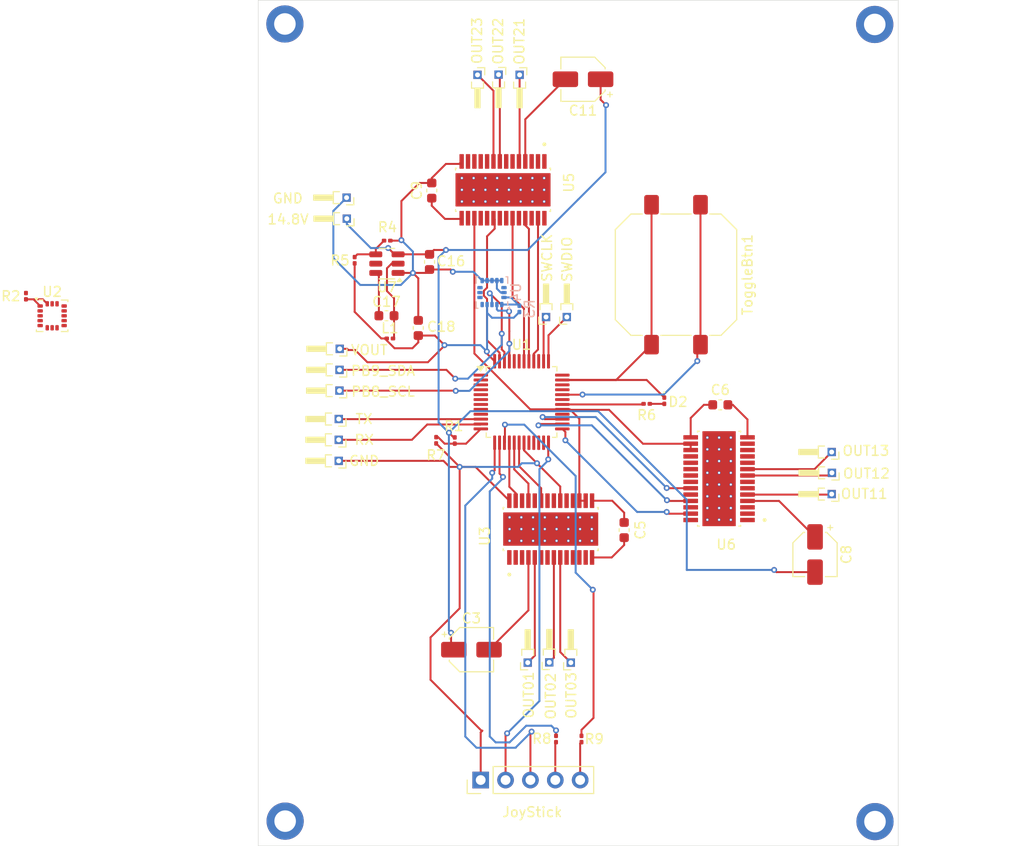
<source format=kicad_pcb>
(kicad_pcb (version 20241229) (generator "pcbnew") (generator_version "9.0")
  (layers (0 "F.Cu" signal) (2 "B.Cu" signal) (13 "F.Paste" user) (15 "B.Paste" user) (5 "F.SilkS" user "F.Silkscreen") (7 "B.SilkS" user "B.Silkscreen") (1 "F.Mask" user) (3 "B.Mask" user) (25 "Edge.Cuts" user))
  (net 0 "")
  (net 1 "Net-(U1-PA4)")
  (net 3 "Net-(J4-Pin_1)")
  (net 4 "VOUT")
  (net 10 "TIM1_1")
  (net 11 "TIM2_1")
  (net 12 "Net-(U1-PA8)")
  (net 14 "TIM3_0")
  (net 15 "PB9_SDA")
  (net 17 "Net-(J2-Pin_1)")
  (net 18 "Net-(J3-Pin_1)")
  (net 21 "TIM3_2")
  (net 22 "Net-(J1-Pin_1)")
  (net 23 "TIM1_0")
  (net 24 "TIM1_2")
  (net 25 "TIM3_1")
  (net 26 "NSLEEP")
  (net 27 "TIM2_0")
  (net 28 "PB8_SCL")
  (net 30 "TIM2_2")
  (net 31 "Net-(U2-VDD)")
  (net 42 "Net-(U4-VDD)")
  (net 46 "VIN")
  (net 47 "Net-(U7-SW)")
  (net 48 "EN")
  (net 49 "Net-(U7-BOOT)")
  (net 54 "GND")
  (net 55 "Net-(U7-FB)")
  (net 60 "VM")
  (net 72 "Net-(U3-V3P3)")
  (net 73 "Net-(U6-V3P3)")
  (net 74 "Net-(U5-V3P3)")
  (net 75 "Net-(D2-A)")
  (net 106 "Net-(JoyStick1-Pin_4)")
  (net 107 "Net-(JoyStick1-Pin_5)")
  (net 108 "SW_STICK")
  (net 109 "Net-(OUT01-Pin_1)")
  (net 110 "Net-(OUT02-Pin_1)")
  (net 111 "Net-(OUT03-Pin_1)")
  (net 112 "Net-(OUT11-Pin_1)")
  (net 113 "Net-(OUT12-Pin_1)")
  (net 114 "Net-(OUT13-Pin_1)")
  (net 115 "Net-(OUT21-Pin_1)")
  (net 116 "Net-(OUT22-Pin_1)")
  (net 117 "Net-(OUT23-Pin_1)")
  (net 118 "VRx")
  (net 119 "VRy")
  (net 120 "Toggle")
  (footprint "Resistor_SMD:R_0201_0603Metric" (layer "F.Cu") (at 140.325 69.32 90)
    (property "Reference" "R5")
    (property "Value" "45.3KΩ" (hide yes))
  )
  (footprint "LED_SMD:LED_0201_0603Metric" (layer "F.Cu") (at 171.955 83.68 -90)
    (property "Reference" "D2")
    (property "Value" "LED" (hide yes))
  )
  (footprint "" (layer "F.Cu") (at 133.225 126.65)
    (property "Reference" "")
    (property "Value" "")
  )
  (footprint "Connector_PinHeader_1.00mm:PinHeader_1x01_P1.00mm_Horizontal" (layer "F.Cu") (at 139.525 65.075 180)
    (property "Reference" "14.8V")
    (property "Value" "TX" (hide yes))
  )
  (footprint "Resistor_SMD:R_0201_0603Metric" (layer "F.Cu") (at 170.155 84)
    (property "Reference" "R6")
    (property "Value" "1KΩ" (hide yes))
  )
  (footprint "Button_Switch_SMD:SW_Push_1P1T_NO_CK_PTS125Sx85PSMTR" (layer "F.Cu") (at 173.15 70.8 -90)
    (property "Reference" "ToggleBtn1")
    (property "Value" "SW_Push")
  )
  (footprint "DRV8313PWP:SOP65P640X120-29N" (layer "F.Cu") (at 177.55 91.65 180)
    (property "Reference" "U6")
    (property "Value" "DRV8313PWP" (hide yes))
  )
  (footprint "MountingHole:MountingHole_2.2mm_M2_ISO14580_Pad" (layer "F.Cu") (at 193.45 45.225)
    (property "Reference" "REF**" (hide yes))
    (property "Value" "MountingHole_2.2mm_M2_ISO14580_Pad")
  )
  (footprint "Resistor_SMD:R_0201_0603Metric" (layer "F.Cu") (at 160.895 118.255 90)
    (property "Reference" "R8")
    (property "Value" "1KΩ" (hide yes))
  )
  (footprint "Connector_PinHeader_1.00mm:PinHeader_1x01_P1.00mm_Horizontal" (layer "F.Cu") (at 162 75.125 90)
    (property "Reference" "SWDIO")
    (property "Value" "SWDIO" (hide yes))
  )
  (footprint "Resistor_SMD:R_0201_0603Metric" (layer "F.Cu") (at 150.55 87.75 -90)
    (property "Reference" "R1")
    (property "Value" "100KΩ" (hide yes))
  )
  (footprint "Resistor_SMD:R_0201_0603Metric" (layer "F.Cu") (at 148.65 87.725 -90)
    (property "Reference" "R7")
    (property "Value" "10KΩ" (hide yes))
  )
  (footprint "Connector_PinHeader_1.00mm:PinHeader_1x01_P1.00mm_Horizontal" (layer "F.Cu") (at 138.780082 80.525409 180)
    (property "Reference" "PB9_SDA")
    (property "Value" "TX" (hide yes))
  )
  (footprint "Capacitor_SMD:CP_Elec_4x3" (layer "F.Cu") (at 152.255 109.125)
    (property "Reference" "C3")
    (property "Value" "100μF")
  )
  (footprint "Capacitor_SMD:C_0603_1608Metric" (layer "F.Cu") (at 147.975 69.495 -90)
    (property "Reference" "C16")
    (property "Value" "10μF" (hide yes))
  )
  (footprint "Connector_PinHeader_1.00mm:PinHeader_1x01_P1.00mm_Horizontal" (layer "F.Cu") (at 152.875 50.375 -90)
    (property "Reference" "OUT23")
    (property "Value" "OUT3")
  )
  (footprint "Resistor_SMD:R_0201_0603Metric" (layer "F.Cu") (at 163.495 118.255 90)
    (property "Reference" "R9")
    (property "Value" "1KΩ" (hide yes))
  )
  (footprint "Connector_PinHeader_1.00mm:PinHeader_1x01_P1.00mm_Horizontal" (layer "F.Cu") (at 138.8 78.375 180)
    (property "Reference" "VOUT")
    (property "Value" "TX" (hide yes))
  )
  (footprint "Connector_PinHeader_1.00mm:PinHeader_1x01_P1.00mm_Horizontal" (layer "F.Cu") (at 155.025 50.35 -90)
    (property "Reference" "OUT22")
    (property "Value" "OUT2")
  )
  (footprint "Connector_PinHeader_1.00mm:PinHeader_1x01_P1.00mm_Horizontal" (layer "F.Cu") (at 189.075 91.05 180)
    (property "Reference" "OUT12")
    (property "Value" "OUT2" (hide yes))
  )
  (footprint "Connector_PinHeader_1.00mm:PinHeader_1x01_P1.00mm_Horizontal" (layer "F.Cu") (at 138.7 89.825 180)
    (property "Reference" "GND")
    (property "Value" "RX" (hide yes))
  )
  (footprint "Connector_PinHeader_1.00mm:PinHeader_1x01_P1.00mm_Horizontal" (layer "F.Cu") (at 160.205 110.425 90)
    (property "Reference" "OUT02")
    (property "Value" "OUT2" (hide yes))
  )
  (footprint "" (layer "F.Cu") (at 193.475 126.7)
    (property "Reference" "")
    (property "Value" "")
  )
  (footprint "MountingHole:MountingHole_2.2mm_M2_ISO14580_Pad" (layer "F.Cu") (at 133.2 45.175)
    (property "Reference" "REF**" (hide yes))
    (property "Value" "MountingHole_2.2mm_M2_ISO14580_Pad")
  )
  (footprint "Capacitor_SMD:CP_Elec_4x3" (layer "F.Cu") (at 187.35 99.4 -90)
    (property "Reference" "C8")
    (property "Value" "100μF")
  )
  (footprint "Connector_PinHeader_1.00mm:PinHeader_1x01_P1.00mm_Horizontal" (layer "F.Cu") (at 189.05 93.225 180)
    (property "Reference" "OUT11")
    (property "Value" "OUT1" (hide yes))
  )
  (footprint "Capacitor_SMD:C_0603_1608Metric" (layer "F.Cu") (at 167.855 96.9 90)
    (property "Reference" "C5")
    (property "Value" "0.1μF" (hide yes))
  )
  (footprint "Connector_PinHeader_2.54mm:PinHeader_1x05_P2.54mm_Vertical" (layer "F.Cu") (at 153.2 122.45 90)
    (property "Reference" "JoyStick")
    (property "Value" "Conn_01x05_Pin" (hide yes))
  )
  (footprint "Connector_PinHeader_1.00mm:PinHeader_1x01_P1.00mm_Horizontal" (layer "F.Cu") (at 159.875 75.125 90)
    (property "Reference" "SWCLK")
    (property "Value" "SWCLK" (hide yes))
  )
  (footprint "Connector_PinHeader_1.00mm:PinHeader_1x01_P1.00mm_Horizontal" (layer "F.Cu") (at 139.5 62.925 180)
    (property "Reference" "GND")
    (property "Value" "TX" (hide yes))
  )
  (footprint "Package_QFP:LQFP-48_7x7mm_P0.5mm" (layer "F.Cu") (at 157.375 83.8125)
    (property "Reference" "U1")
    (property "Value" "STM32G431CBTx")
  )
  (footprint "Capacitor_SMD:CP_Elec_4x3" (layer "F.Cu") (at 163.65 50.825 180)
    (property "Reference" "C11")
    (property "Value" "100μF")
  )
  (footprint "Package_LGA:LGA-16_3x3mm_P0.5mm_LayoutBorder3x5y" (layer "F.Cu") (at 109.425 75)
    (property "Reference" "U2")
    (property "Value" "ICM-20602")
  )
  (footprint "Capacitor_SMD:C_0603_1608Metric" (layer "F.Cu") (at 148.2 62.2 -90)
    (property "Reference" "C9")
    (property "Value" "0.1μF")
  )
  (footprint "Connector_PinHeader_1.00mm:PinHeader_1x01_P1.00mm_Horizontal" (layer "F.Cu") (at 138.705082 85.550409 180)
    (property "Reference" "TX")
    (property "Value" "TX" (hide yes))
  )
  (footprint "Connector_PinHeader_1.00mm:PinHeader_1x01_P1.00mm_Horizontal" (layer "F.Cu") (at 157.175 50.375 -90)
    (property "Reference" "OUT21")
    (property "Value" "OUT1")
  )
  (footprint "DRV8313PWP:SOP65P640X120-29N" (layer "F.Cu") (at 160.35 96.8 90)
    (property "Reference" "U3")
    (property "Value" "DRV8313PWP")
  )
  (footprint "Capacitor_SMD:C_0603_1608Metric" (layer "F.Cu") (at 146.825 76.245 90)
    (property "Reference" "C18")
    (property "Value" "10μF" (hide yes))
  )
  (footprint "Capacitor_SMD:C_0603_1608Metric" (layer "F.Cu") (at 143.575 74.995)
    (property "Reference" "C17")
    (property "Value" "10μF" (hide yes))
  )
  (footprint "Inductor_SMD:L_0201_0603Metric" (layer "F.Cu") (at 143.92 77.32 180)
    (property "Reference" "L1")
    (property "Value" "10μH" (hide yes))
  )
  (footprint "Connector_PinHeader_1.00mm:PinHeader_1x01_P1.00mm_Horizontal" (layer "F.Cu") (at 162.405 110.45 90)
    (property "Reference" "OUT03" (hide yes))
    (property "Value" "OUT3" (hide yes))
  )
  (footprint "Resistor_SMD:R_0201_0603Metric" (layer "F.Cu") (at 143.65 67.32)
    (property "Reference" "R4")
    (property "Value" "10KΩ" (hide yes))
  )
  (footprint "Connector_PinHeader_1.00mm:PinHeader_1x01_P1.00mm_Horizontal" (layer "F.Cu") (at 189.05 88.925 180)
    (property "Reference" "OUT13")
    (property "Value" "OUT3" (hide yes))
  )
  (footprint "Connector_PinHeader_1.00mm:PinHeader_1x01_P1.00mm_Horizontal" (layer "F.Cu") (at 138.7 87.675 180)
    (property "Reference" "RX")
    (property "Value" "RX" (hide yes))
  )
  (footprint "Resistor_SMD:R_0201_0603Metric" (layer "F.Cu") (at 106.75 72.995 -90)
    (property "Reference" "R2")
    (property "Value" "2.2KΩ" (hide yes))
  )
  (footprint "DRV8313PWP:SOP65P640X120-29N" (layer "F.Cu") (at 155.48 62.125 -90)
    (property "Reference" "U5")
    (property "Value" "DRV8313PWP" (hide yes))
  )
  (footprint "Connector_PinHeader_1.00mm:PinHeader_1x01_P1.00mm_Horizontal" (layer "F.Cu") (at 138.775 82.65 180)
    (property "Reference" "PB8_SCL")
    (property "Value" "RX" (hide yes))
  )
  (footprint "Connector_PinHeader_1.00mm:PinHeader_1x01_P1.00mm_Horizontal" (layer "F.Cu") (at 158.005 110.45 90)
    (property "Reference" "OUT01")
    (property "Value" "OUT1" (hide yes))
  )
  (footprint "Package_TO_SOT_SMD:SOT-23-6" (layer "F.Cu") (at 143.622502 69.67 180)
    (property "Reference" "U7")
    (property "Value" "TPS54302" (hide yes))
  )
  (footprint "Capacitor_SMD:C_0603_1608Metric" (layer "F.Cu") (at 177.675 84.1 180)
    (property "Reference" "C6")
    (property "Value" "0.1μF")
  )
  (footprint "Package_LGA:LGA-16_3x3mm_P0.5mm_LayoutBorder3x5y" (layer "B.Cu") (at 154.35175 72.625 90)
    (property "Reference" "U4")
    (property "Value" "ICM-20602" (hide yes))
  )
  (footprint "Resistor_SMD:R_0201_0603Metric" (layer "B.Cu") (at 157.15175 74.295 90)
    (property "Reference" "R3")
    (property "Value" "2.2KΩ" (hide yes))
  )
  (gr_rect (start 130.475 42.75) (end 195.85 129.175) (stroke (width 0.05)) (fill no) (layer "Edge.Cuts"))
  (gr_text "OUT03\n" (at 162.45 113.8 90) (layer "F.SilkS") (effects (font (size 1 1))))
  (segment (start 148.65 87.405) (end 148.849999 87.405) (width 0.2) (layer "F.Cu") (net 1))
  (segment (start 148.849999 87.405) (end 149.514999 88.07) (width 0.2) (layer "F.Cu") (net 1))
  (segment (start 150.55 88.07) (end 151.705 88.07) (width 0.2) (layer "F.Cu") (net 1))
  (segment (start 151.705 88.07) (end 153.2125 86.5625) (width 0.2) (layer "F.Cu") (net 1))
  (segment (start 149.514999 88.07) (end 150.55 88.07) (width 0.2) (layer "F.Cu") (net 1))
  (segment (start 148.675 87.43) (end 148.65 87.405) (width 0.2) (layer "F.Cu") (net 1))
  (segment (start 159.625 75.375) (end 159.625 79.65) (width 0.2) (layer "F.Cu") (net 3))
  (segment (start 159.875 75.125) (end 159.625 75.375) (width 0.2) (layer "F.Cu") (net 3))
  (segment (start 140.375 78.5) (end 139.675 78.5) (width 0.2) (layer "F.Cu") (net 4))
  (segment (start 143.6 77.32) (end 143.05 77.32) (width 0.2) (layer "F.Cu") (net 4))
  (segment (start 149.5 78) (end 149.5 78.05) (width 0.2) (layer "F.Cu") (net 4))
  (segment (start 155.74 122.45) (end 155.74 117.835) (width 0.2) (layer "F.Cu") (net 4))
  (segment (start 140.325 74.595) (end 140.325 69.64) (width 0.2) (layer "F.Cu") (net 4))
  (segment (start 146.825 77.02) (end 146.825 77.72) (width 0.2) (layer "F.Cu") (net 4))
  (segment (start 146.825 77.72) (end 146.225 78.32) (width 0.2) (layer "F.Cu") (net 4))
  (segment (start 146.225 78.32) (end 144.400001 78.32) (width 0.2) (layer "F.Cu") (net 4))
  (segment (start 153.825 78.85) (end 154.625 79.65) (width 0.2) (layer "F.Cu") (net 4))
  (segment (start 160.1 89.675) (end 160.1 88) (width 0.2) (layer "F.Cu") (net 4))
  (segment (start 147.8 79.75) (end 141.625 79.75) (width 0.2) (layer "F.Cu") (net 4))
  (segment (start 144.400001 78.32) (end 143.6 77.519999) (width 0.2) (layer "F.Cu") (net 4))
  (segment (start 149.5 78.05) (end 147.8 79.75) (width 0.2) (layer "F.Cu") (net 4))
  (segment (start 139.675 78.5) (end 139.55 78.375) (width 0.2) (layer "F.Cu") (net 4))
  (segment (start 148.52 77.02) (end 149.5 78) (width 0.2) (layer "F.Cu") (net 4))
  (segment (start 153.825 78.65) (end 153.825 78.85) (width 0.2) (layer "F.Cu") (net 4))
  (segment (start 160.1 88) (end 160.125 87.975) (width 0.2) (layer "F.Cu") (net 4))
  (segment (start 141.625 79.75) (end 140.375 78.5) (width 0.2) (layer "F.Cu") (net 4))
  (segment (start 139.55 78.375) (end 138.8 78.375) (width 0.2) (layer "F.Cu") (net 4))
  (segment (start 146.825 77.02) (end 148.52 77.02) (width 0.2) (layer "F.Cu") (net 4))
  (segment (start 143.6 77.519999) (end 143.6 77.32) (width 0.2) (layer "F.Cu") (net 4))
  (segment (start 155.74 117.835) (end 155.9 117.675) (width 0.2) (layer "F.Cu") (net 4))
  (segment (start 143.05 77.32) (end 140.325 74.595) (width 0.2) (layer "F.Cu") (net 4))
  (via (at 153.825 78.65) (size 0.6) (drill 0.3) (layers "F.Cu" "B.Cu") (net 4))
  (via (at 160.1 89.675) (size 0.6) (drill 0.3) (layers "F.Cu" "B.Cu") (net 4))
  (via (at 149.5 78) (size 0.6) (drill 0.3) (layers "F.Cu" "B.Cu") (net 4))
  (via (at 155.9 117.675) (size 0.6) (drill 0.3) (layers "F.Cu" "B.Cu") (net 4))
  (segment (start 160.1 89.774943) (end 160.1 89.675) (width 0.2) (layer "B.Cu") (net 4))
  (segment (start 156.56675 75.2) (end 157.15175 74.615) (width 0.2) (layer "B.Cu") (net 4))
  (segment (start 155.9 117.675) (end 159.198943 114.376057) (width 0.2) (layer "B.Cu") (net 4))
  (segment (start 153.85175 73.85) (end 153.85175 78.62325) (width 0.2) (layer "B.Cu") (net 4))
  (segment (start 153.85175 78.62325) (end 153.825 78.65) (width 0.2) (layer "B.Cu") (net 4))
  (segment (start 153.175 78) (end 153.825 78.65) (width 0.2) (layer "B.Cu") (net 4))
  (segment (start 159.198943 114.376057) (end 159.198943 90.676) (width 0.2) (layer "B.Cu") (net 4))
  (segment (start 153.85175 73.85) (end 153.85175 74.7) (width 0.2) (layer "B.Cu") (net 4))
  (segment (start 153.85175 74.7) (end 154.35175 75.2) (width 0.2) (layer "B.Cu") (net 4))
  (segment (start 154.35175 75.2) (end 156.56675 75.2) (width 0.2) (layer "B.Cu") (net 4))
  (segment (start 149.5 78) (end 153.175 78) (width 0.2) (layer "B.Cu") (net 4))
  (segment (start 159.198943 90.676) (end 160.1 89.774943) (width 0.2) (layer "B.Cu") (net 4))
  (segment (start 158.075 92.15) (end 156.625 90.7) (width 0.2) (layer "F.Cu") (net 10))
  (segment (start 156.625 90.7) (end 156.625 87.975) (width 0.2) (layer "F.Cu") (net 10))
  (segment (start 158.075 93.9) (end 158.075 92.15) (width 0.2) (layer "F.Cu") (net 10))
  (segment (start 158.125 79.65) (end 158.125 66.120566) (width 0.2) (layer "F.Cu") (net 11))
  (segment (start 158.125 66.120566) (end 157.755 65.750566) (width 0.2) (layer "F.Cu") (net 11))
  (segment (start 157.755 65.750566) (end 157.755 65.025) (width 0.2) (layer "F.Cu") (net 11))
  (segment (start 169.7725 84.0625) (end 161.5375 84.0625) (width 0.2) (layer "F.Cu") (net 12))
  (segment (start 169.835 84) (end 169.7725 84.0625) (width 0.2) (layer "F.Cu") (net 12))
  (segment (start 161.85 87.725) (end 161.85 86.875) (width 0.2) (layer "F.Cu") (net 14))
  (segment (start 161.85 86.875) (end 161.5375 86.5625) (width 0.2) (layer "F.Cu") (net 14))
  (segment (start 172.2 95.05) (end 172.375 95.225) (width 0.2) (layer "F.Cu") (net 14))
  (segment (start 172.375 95.225) (end 174.65 95.225) (width 0.2) (layer "F.Cu") (net 14))
  (via (at 161.85 87.725) (size 0.6) (drill 0.3) (layers "F.Cu" "B.Cu") (net 14))
  (via (at 172.2 95.05) (size 0.6) (drill 0.3) (layers "F.Cu" "B.Cu") (net 14))
  (segment (start 169.175 95.05) (end 161.85 87.725) (width 0.2) (layer "B.Cu") (net 14))
  (segment (start 172.2 95.05) (end 169.175 95.05) (width 0.2) (layer "B.Cu") (net 14))
  (segment (start 150.6 81.425) (end 149.700409 80.525409) (width 0.2) (layer "F.Cu") (net 15))
  (segment (start 149.700409 80.525409) (end 138.780082 80.525409) (width 0.2) (layer "F.Cu") (net 15))
  (segment (start 154.125 72.70175) (end 155.35 73.92675) (width 0.2) (layer "F.Cu") (net 15))
  (segment (start 155.35 78.438576) (end 155.625 78.713576) (width 0.2) (layer "F.Cu") (net 15))
  (segment (start 155.625 78.713576) (end 155.625 79.65) (width 0.2) (layer "F.Cu") (net 15))
  (segment (start 155.35 73.92675) (end 155.35 76.825) (width 0.2) (layer "F.Cu") (net 15))
  (segment (start 155.35 76.825) (end 155.35 78.438576) (width 0.2) (layer "F.Cu") (net 15))
  (via (at 154.125 72.70175) (size 0.6) (drill 0.3) (layers "F.Cu" "B.Cu") (net 15))
  (via (at 155.35 76.825) (size 0.6) (drill 0.3) (layers "F.Cu" "B.Cu") (net 15))
  (via (at 150.6 81.425) (size 0.6) (drill 0.3) (layers "F.Cu" "B.Cu") (net 15))
  (segment (start 151.9 81.425) (end 150.6 81.425) (width 0.2) (layer "B.Cu") (net 15))
  (segment (start 155.35 77.975) (end 151.9 81.425) (width 0.2) (layer "B.Cu") (net 15))
  (segment (start 154.35175 73.85) (end 154.35175 72.9285) (width 0.2) (layer "B.Cu") (net 15))
  (segment (start 154.35175 72.9285) (end 154.125 72.70175) (width 0.2) (layer "B.Cu") (net 15))
  (segment (start 155.35 76.825) (end 155.35 77.975) (width 0.2) (layer "B.Cu") (net 15))
  (segment (start 146.175 87.675) (end 147.7385 86.1115) (width 0.2) (layer "F.Cu") (net 17))
  (segment (start 153.1635 86.1115) (end 153.2125 86.0625) (width 0.2) (layer "F.Cu") (net 17))
  (segment (start 138.7 87.675) (end 146.175 87.675) (width 0.2) (layer "F.Cu") (net 17))
  (segment (start 147.7385 86.1115) (end 153.1635 86.1115) (width 0.2) (layer "F.Cu") (net 17))
  (segment (start 160.125 79.65) (end 160.125 77) (width 0.2) (layer "F.Cu") (net 18))
  (segment (start 160.125 77) (end 162 75.125) (width 0.2) (layer "F.Cu") (net 18))
  (segment (start 161.5375 85.5625) (end 159.7375 85.5625) (width 0.2) (layer "F.Cu") (net 21))
  (segment (start 172.225 92.625) (end 174.65 92.625) (width 0.2) (layer "F.Cu") (net 21))
  (segment (start 159.7375 85.5625) (end 159.525 85.35) (width 0.2) (layer "F.Cu") (net 21))
  (segment (start 172.2 92.6) (end 172.225 92.625) (width 0.2) (layer "F.Cu") (net 21))
  (via (at 172.2 92.6) (size 0.6) (drill 0.3) (layers "F.Cu" "B.Cu") (net 21))
  (via (at 159.525 85.35) (size 0.6) (drill 0.3) (layers "F.Cu" "B.Cu") (net 21))
  (segment (start 172.2 92.6) (end 164.95 85.35) (width 0.2) (layer "B.Cu") (net 21))
  (segment (start 164.95 85.35) (end 159.525 85.35) (width 0.2) (layer "B.Cu") (net 21))
  (segment (start 138.717173 85.5625) (end 138.705082 85.550409) (width 0.2) (layer "F.Cu") (net 22))
  (segment (start 153.2125 85.5625) (end 138.717173 85.5625) (width 0.2) (layer "F.Cu") (net 22))
  (segment (start 156.775 93.125) (end 156.775 93.9) (width 0.2) (layer "F.Cu") (net 23))
  (segment (start 156.125 92.475) (end 156.775 93.125) (width 0.2) (layer "F.Cu") (net 23))
  (segment (start 156.125 87.975) (end 156.125 92.475) (width 0.2) (layer "F.Cu") (net 23))
  (segment (start 157.1 90.35) (end 157.125 90.325) (width 0.2) (layer "F.Cu") (net 24))
  (segment (start 159.375 92.625) (end 157.1 90.35) (width 0.2) (layer "F.Cu") (net 24))
  (segment (start 159.375 93.9) (end 159.375 92.625) (width 0.2) (layer "F.Cu") (net 24))
  (segment (start 157.125 90.325) (end 157.125 87.975) (width 0.2) (layer "F.Cu") (net 24))
  (segment (start 172.225 93.85) (end 172.3 93.925) (width 0.2) (layer "F.Cu") (net 25))
  (segment (start 159.2375 86.0625) (end 159.1 86.2) (width 0.2) (layer "F.Cu") (net 25))
  (segment (start 161.5375 86.0625) (end 159.2375 86.0625) (width 0.2) (layer "F.Cu") (net 25))
  (segment (start 172.3 93.925) (end 174.65 93.925) (width 0.2) (layer "F.Cu") (net 25))
  (via (at 159.1 86.2) (size 0.6) (drill 0.3) (layers "F.Cu" "B.Cu") (net 25))
  (via (at 172.225 93.85) (size 0.6) (drill 0.3) (layers "F.Cu" "B.Cu") (net 25))
  (segment (start 159.1 86.2) (end 164.55 86.2) (width 0.2) (layer "B.Cu") (net 25))
  (segment (start 172.2 93.85) (end 172.225 93.85) (width 0.2) (layer "B.Cu") (net 25))
  (segment (start 164.55 86.2) (end 172.2 93.85) (width 0.2) (layer "B.Cu") (net 25))
  (segment (start 152.555 65.025) (end 152.555 78.855) (width 0.2) (layer "F.Cu") (net 26))
  (segment (start 166.3115 84.6115) (end 161.4885 84.6115) (width 0.2) (layer "F.Cu") (net 26))
  (segment (start 163.275 93.9) (end 163.925 93.9) (width 0.2) (layer "F.Cu") (net 26))
  (segment (start 169.775 88.075) (end 166.3115 84.6115) (width 0.2) (layer "F.Cu") (net 26))
  (segment (start 162.308824 84.5625) (end 161.5375 84.5625) (width 0.2) (layer "F.Cu") (net 26))
  (segment (start 174.65 88.075) (end 169.775 88.075) (width 0.2) (layer "F.Cu") (net 26))
  (segment (start 163.275 93.9) (end 163.275 85.528676) (width 0.2) (layer "F.Cu") (net 26))
  (segment (start 163.275 85.528676) (end 162.308824 84.5625) (width 0.2) (layer "F.Cu") (net 26))
  (segment (start 152.555 78.855) (end 158.2625 84.5625) (width 0.2) (layer "F.Cu") (net 26))
  (segment (start 158.2625 84.5625) (end 161.5375 84.5625) (width 0.2) (layer "F.Cu") (net 26))
  (segment (start 161.4885 84.6115) (end 161.5375 84.5625) (width 0.2) (layer "F.Cu") (net 26))
  (segment (start 174.65 88.725) (end 174.65 88.075) (width 0.2) (layer "F.Cu") (net 26))
  (segment (start 159.055 65.025) (end 159.055 78.448676) (width 0.2) (layer "F.Cu") (net 27))
  (segment (start 159.055 78.448676) (end 158.625 78.878676) (width 0.2) (layer "F.Cu") (net 27))
  (segment (start 158.625 78.878676) (end 158.625 79.65) (width 0.2) (layer "F.Cu") (net 27))
  (segment (start 156.125 74.575) (end 156.125 76.575) (width 0.2) (layer "F.Cu") (net 28))
  (segment (start 156.1 74.55) (end 156.125 74.575) (width 0.2) (layer "F.Cu") (net 28))
  (segment (start 156.125 76.575) (end 156.125 77.85) (width 0.2) (layer "F.Cu") (net 28))
  (segment (start 150.65 82.675) (end 150.625 82.65) (width 0.2) (layer "F.Cu") (net 28))
  (segment (start 150.625 82.65) (end 138.775 82.65) (width 0.2) (layer "F.Cu") (net 28))
  (segment (start 156.125 77.85) (end 156.125 79.65) (width 0.2) (layer "F.Cu") (net 28))
  (via (at 156.1 74.55) (size 0.6) (drill 0.3) (layers "F.Cu" "B.Cu") (net 28))
  (via (at 156.125 77.85) (size 0.6) (drill 0.3) (layers "F.Cu" "B.Cu") (net 28))
  (via (at 150.65 82.675) (size 0.6) (drill 0.3) (layers "F.Cu" "B.Cu") (net 28))
  (segment (start 152.05 82.675) (end 150.65 82.675) (width 0.2) (layer "B.Cu") (net 28))
  (segment (start 154.85175 74.35175) (end 154.975 74.475) (width 0.2) (layer "B.Cu") (net 28))
  (segment (start 156.1 74.55) (end 156.025 74.475) (width 0.2) (layer "B.Cu") (net 28))
  (segment (start 154.85175 73.85) (end 154.85175 74.35175) (width 0.2) (layer "B.Cu") (net 28))
  (segment (start 156.125 78.6) (end 152.15 82.575) (width 0.2) (layer "B.Cu") (net 28))
  (segment (start 156.125 77.85) (end 156.125 78.6) (width 0.2) (layer "B.Cu") (net 28))
  (segment (start 150.65 82.675) (end 150.625 82.675) (width 0.2) (layer "B.Cu") (net 28))
  (segment (start 156.025 74.475) (end 154.975 74.475) (width 0.2) (layer "B.Cu") (net 28))
  (segment (start 152.15 82.575) (end 152.05 82.675) (width 0.2) (layer "B.Cu") (net 28))
  (segment (start 156.455 65.025) (end 156.455 73.105) (width 0.2) (layer "F.Cu") (net 30))
  (segment (start 157.625 74.275) (end 157.625 79.65) (width 0.2) (layer "F.Cu") (net 30))
  (segment (start 156.455 73.105) (end 157.625 74.275) (width 0.2) (layer "F.Cu") (net 30))
  (segment (start 108.465 73.315) (end 106.75 73.315) (width 0.2) (layer "F.Cu") (net 31))
  (segment (start 106.75 73.315) (end 107.515 73.315) (width 0.2) (layer "F.Cu") (net 31))
  (segment (start 108.925 73.775) (end 108.465 73.315) (width 0.2) (layer "F.Cu") (net 31))
  (segment (start 107.515 73.315) (end 108.2 74) (width 0.2) (layer "F.Cu") (net 31))
  (segment (start 157.02675 73.85) (end 157.15175 73.975) (width 0.2) (layer "B.Cu") (net 42))
  (segment (start 155.57675 73.125) (end 156.30175 73.125) (width 0.2) (layer "B.Cu") (net 42))
  (segment (start 156.30175 73.125) (end 157.15175 73.975) (width 0.2) (layer "B.Cu") (net 42))
  (segment (start 155.35175 73.85) (end 157.02675 73.85) (width 0.2) (layer "B.Cu") (net 42))
  (segment (start 150.175 108.845) (end 150.455 109.125) (width 0.2) (layer "F.Cu") (net 46))
  (segment (start 150.43 87.43) (end 149.95 86.95) (width 0.2) (layer "F.Cu") (net 46))
  (segment (start 150.175 107.4) (end 150.175 108.845) (width 0.2) (layer "F.Cu") (net 46))
  (segment (start 166.008008 53.469079) (end 165.45 52.911071) (width 0.2) (layer "F.Cu") (net 46))
  (segment (start 183.4 101.2) (end 183.175 100.975) (width 0.2) (layer "F.Cu") (net 46))
  (segment (start 148.42 68.275) (end 147.975 68.72) (width 0.2) (layer "F.Cu") (net 46))
  (segment (start 165.45 52.911071) (end 165.45 50.825) (width 0.2) (layer "F.Cu") (net 46))
  (segment (start 150.55 87.43) (end 150.43 87.43) (width 0.2) (layer "F.Cu") (net 46))
  (segment (start 187.35 101.2) (end 183.4 101.2) (width 0.2) (layer "F.Cu") (net 46))
  (segment (start 183.175 100.975) (end 183.075 100.875) (width 0.2) (layer "F.Cu") (net 46))
  (segment (start 144.395 68.72) (end 143.75 68.075) (width 0.2) (layer "F.Cu") (net 46))
  (segment (start 149.65 68.275) (end 148.42 68.275) (width 0.2) (layer "F.Cu") (net 46))
  (segment (start 144.760002 68.72) (end 144.395 68.72) (width 0.2) (layer "F.Cu") (net 46))
  (segment (start 144.760002 68.72) (end 147.975 68.72) (width 0.2) (layer "F.Cu") (net 46))
  (via (at 143.75 68.075) (size 0.6) (drill 0.3) (layers "F.Cu" "B.Cu") (net 46))
  (via (at 183.175 100.975) (size 0.6) (drill 0.3) (layers "F.Cu" "B.Cu") (net 46))
  (via (at 150.175 107.4) (size 0.6) (drill 0.3) (layers "F.Cu" "B.Cu") (net 46))
  (via (at 166.008008 53.469079) (size 0.6) (drill 0.3) (layers "F.Cu" "B.Cu") (net 46))
  (via (at 149.95 86.95) (size 0.6) (drill 0.3) (layers "F.Cu" "B.Cu") (net 46))
  (via (at 149.65 68.275) (size 0.6) (drill 0.3) (layers "F.Cu" "B.Cu") (net 46))
  (segment (start 152.151 84.749) (end 149.95 86.95) (width 0.2) (layer "B.Cu") (net 46))
  (segment (start 163.175 63.1) (end 165.95 60.325) (width 0.2) (layer "B.Cu") (net 46))
  (segment (start 149.95 86.95) (end 149.95 107.175) (width 0.2) (layer "B.Cu") (net 46))
  (segment (start 148.899 69.026) (end 149.65 68.275) (width 0.2) (layer "B.Cu") (net 46))
  (segment (start 148.899 85.899) (end 148.899 69.026) (width 0.2) (layer "B.Cu") (net 46))
  (segment (start 183.175 100.975) (end 174.250057 100.975) (width 0.2) (layer "B.Cu") (net 46))
  (segment (start 141.975 68.075) (end 139.525 65.625) (width 0.2) (layer "B.Cu") (net 46))
  (segment (start 149.95 107.175) (end 150.175 107.4) (width 0.2) (layer "B.Cu") (net 46))
  (segment (start 165.198943 84.749) (end 152.151 84.749) (width 0.2) (layer "B.Cu") (net 46))
  (segment (start 174.250057 93.800114) (end 165.198943 84.749) (width 0.2) (layer "B.Cu") (net 46))
  (segment (start 174.250057 100.975) (end 174.250057 93.800114) (width 0.2) (layer "B.Cu") (net 46))
  (segment (start 149.95 86.95) (end 148.899 85.899) (width 0.2) (layer "B.Cu") (net 46))
  (segment (start 158 68.275) (end 163.175 63.1) (width 0.2) (layer "B.Cu") (net 46))
  (segment (start 149.65 68.275) (end 158 68.275) (width 0.2) (layer "B.Cu") (net 46))
  (segment (start 139.525 65.625) (end 139.525 65.075) (width 0.2) (layer "B.Cu") (net 46))
  (segment (start 143.75 68.075) (end 141.975 68.075) (width 0.2) (layer "B.Cu") (net 46))
  (segment (start 165.95 60.325) (end 165.95 53.5) (width 0.2) (layer "B.Cu") (net 46))
  (segment (start 144.35 73.195) (end 144.35 74.995) (width 0.2) (layer "F.Cu") (net 47))
  (segment (start 144.097503 69.67) (end 143.625 70.142503) (width 0.2) (layer "F.Cu") (net 47))
  (segment (start 144.760002 69.67) (end 144.097503 69.67) (width 0.2) (layer "F.Cu") (net 47))
  (segment (start 143.625 70.142503) (end 143.625 72.47) (width 0.2) (layer "F.Cu") (net 47))
  (segment (start 144.35 74.995) (end 144.35 77.21) (width 0.2) (layer "F.Cu") (net 47))
  (segment (start 143.625 72.47) (end 144.35 73.195) (width 0.2) (layer "F.Cu") (net 47))
  (segment (start 144.35 77.21) (end 144.24 77.32) (width 0.2) (layer "F.Cu") (net 47))
  (segment (start 142.485002 70.62) (end 142.8 70.934998) (width 0.2) (layer "F.Cu") (net 49))
  (segment (start 142.8 70.934998) (end 142.8 74.995) (width 0.2) (layer "F.Cu") (net 49))
  (segment (start 149.65 59.475) (end 151.005 59.475) (width 0.2) (layer "F.Cu") (net 54))
  (segment (start 151.0525 90.4475) (end 151.055 90.45) (width 0.2) (layer "F.Cu") (net 54))
  (segment (start 157.625 88.75) (end 157.625 87.975) (width 0.2) (layer "F.Cu") (net 54))
  (segment (start 167.0375 81.5625) (end 161.5375 81.5625) (width 0.2) (layer "F.Cu") (net 54))
  (segment (start 155.125 79.65) (end 155.125 78.780676) (width 0.2) (layer "F.Cu") (net 54))
  (segment (start 167.855 98.425) (end 166.58 99.7) (width 0.2) (layer "F.Cu") (net 54))
  (segment (start 144.760002 70.62) (end 146.275 70.62) (width 0.2) (layer "F.Cu") (net 54))
  (segment (start 154.629 65.149) (end 154.505 65.025) (width 0.2) (layer "F.Cu") (net 54))
  (segment (start 145.1 67.27) (end 145.1 63.275) (width 0.2) (layer "F.Cu") (net 54))
  (segment (start 145.05 67.32) (end 145.1 67.27) (width 0.2) (layer "F.Cu") (net 54))
  (segment (start 153.524 72.452807) (end 153.85 72.126807) (width 0.2) (layer "F.Cu") (net 54))
  (segment (start 180.45 85.6) (end 180.45 87.425) (width 0.2) (layer "F.Cu") (net 54))
  (segment (start 146.825 75.47) (end 146.825 71.17) (width 0.2) (layer "F.Cu") (net 54))
  (segment (start 143.97 67.32) (end 145.05 67.32) (width 0.2) (layer "F.Cu") (net 54))
  (segment (start 151.0525 90.4475) (end 150.0225 90.4475) (width 0.2) (layer "F.Cu") (net 54))
  (segment (start 178.45 84.1) (end 178.95 84.1) (width 0.2) (layer "F.Cu") (net 54))
  (segment (start 150.35 70.5) (end 150.12 70.27) (width 0.2) (layer "F.Cu") (net 54))
  (segment (start 167.855 97.675) (end 167.855 98.425) (width 0.2) (layer "F.Cu") (net 54))
  (segment (start 153.2 122.45) (end 153.2 117.575) (width 0.2) (layer "F.Cu") (net 54))
  (segment (start 146.825 71.17) (end 146.275 70.62) (width 0.2) (layer "F.Cu") (net 54))
  (segment (start 156.125 93.9) (end 152.6725 90.4475) (width 0.2) (layer "F.Cu") (net 54))
  (segment (start 145.1 63.275) (end 146.95 61.425) (width 0.2) (layer "F.Cu") (net 54))
  (segment (start 150.12 70.27) (end 147.975 70.27) (width 0.2) (layer "F.Cu") (net 54))
  (segment (start 153.524 72.950693) (end 153.524 72.452807) (width 0.2) (layer "F.Cu") (net 54))
  (segment (start 153.325 117.45) (end 153.375 117.4) (width 0.2) (layer "F.Cu") (net 54))
  (segment (start 161.325 92.45) (end 161.325 93.9) (width 0.2) (layer "F.Cu") (net 54))
  (segment (start 152.6725 90.4475) (end 151.0525 90.4475) (width 0.2) (layer "F.Cu") (net 54))
  (segment (start 146.95 61.425) (end 148.2 61.425) (width 0.2) (layer "F.Cu") (net 54))
  (segment (start 155.125 78.780676) (end 153.85 77.505676) (width 0.2) (layer "F.Cu") (net 54))
  (segment (start 170.65 63.65) (end 170.65 77.95) (width 0.2) (layer "F.Cu") (net 54))
  (segment (start 150.0225 90.4475) (end 149.4 89.825) (width 0.2) (layer "F.Cu") (net 54))
  (segment (start 153.85 77.505676) (end 153.85 73.276693) (width 0.2) (layer "F.Cu") (net 54))
  (segment (start 153.85 73.276693) (end 153.524 72.950693) (width 0.2) (layer "F.Cu") (net 54))
  (segment (start 170.65 77.95) (end 167.0375 81.5625) (width 0.2) (layer "F.Cu") (net 54))
  (segment (start 153.2 117.575) (end 153.325 117.45) (width 0.2) (layer "F.Cu") (net 54))
  (segment (start 148.2 60.925) (end 149.65 59.475) (width 0.2) (layer "F.Cu") (net 54))
  (segment (start 148.075 112.2) (end 148.075 107.875) (width 0.2) (layer "F.Cu") (net 54))
  (segment (start 151.005 59.475) (end 151.255 59.225) (width 0.2) (layer "F.Cu") (net 54))
  (segment (start 170.1575 81.5625) (end 161.5375 81.5625) (width 0.2) (layer "F.Cu") (net 54))
  (segment (start 153.85 72.126807) (end 153.85 66.875) (width 0.2) (layer "F.Cu") (net 54))
  (segment (start 158.95 90.075) (end 161.325 92.45) (width 0.2) (layer "F.Cu") (net 54))
  (segment (start 158.95 90.075) (end 157.625 88.75) (width 0.2) (layer "F.Cu") (net 54))
  (segment (start 171.955 83.36) (end 170.1575 81.5625) (width 0.2) (layer "F.Cu") (net 54))
  (segment (start 151.0525 104.8975) (end 151.0525 90.4475) (width 0.2) (layer "F.Cu") (net 54))
  (segment (start 166.58 99.7) (end 164.575 99.7) (width 0.2) (layer "F.Cu") (net 54))
  (segment (start 154.629 66.096) (end 154.629 65.149) (width 0.2) (layer "F.Cu") (net 54))
  (segment (start 149.4 89.825) (end 138.7 89.825) (width 0.2) (layer "F.Cu") (net 54))
  (segment (start 148.2 61.425) (end 148.2 60.925) (width 0.2) (layer "F.Cu") (net 54))
  (segment (start 153.325 117.45) (end 148.075 112.2) (width 0.2) (layer "F.Cu") (net 54))
  (segment (start 148.65 88.045) (end 151.0525 90.4475) (width 0.2) (layer "F.Cu") (net 54))
  (segment (start 147.625 70.62) (end 147.975 70.27) (width 0.2) (layer "F.Cu") (net 54))
  (segment (start 148.075 107.875) (end 151.0525 104.8975) (width 0.2) (layer "F.Cu") (net 54))
  (segment (start 153.85 66.875) (end 154.629 66.096) (width 0.2) (layer "F.Cu") (net 54))
  (segment (start 178.95 84.1) (end 180.45 85.6) (width 0.2) (layer "F.Cu") (net 54))
  (segment (start 146.275 70.62) (end 147.625 70.62) (width 0.2) (layer "F.Cu") (net 54))
  (via (at 145.1 67.27) (size 0.6) (drill 0.3) (layers "F.Cu" "B.Cu") (net 54))
  (via (at 151.0525 90.4475) (size 0.6) (drill 0.3) (layers "F.Cu" "B.Cu") (net 54))
  (via (at 146.275 70.62) (size 0.6) (drill 0.3) (layers "F.Cu" "B.Cu") (net 54))
  (via (at 150.35 70.5) (size 0.6) (drill 0.3) (layers "F.Cu" "B.Cu") (net 54))
  (via (at 158.95 90.075) (size 0.6) (drill 0.3) (layers "F.Cu" "B.Cu") (net 54))
  (segment (start 153.35175 71.4) (end 153.85175 71.4) (width 0.2) (layer "B.Cu") (net 54))
  (segment (start 138.15 69.1) (end 138.15 64.275) (width 0.2) (layer "B.Cu") (net 54))
  (segment (start 138.15 64.275) (end 139.5 62.925) (width 0.2) (layer "B.Cu") (net 54))
  (segment (start 158.95 90.075) (end 157.4 90.075) (width 0.2) (layer "B.Cu") (net 54))
  (segment (start 155.25 72.625) (end 154.85175 72.22675) (width 0.2) (layer "B.Cu") (net 54))
  (segment (start 154.85175 71.4) (end 155.35175 71.4) (width 0.2) (layer "B.Cu") (net 54))
  (segment (start 154.35175 71.4) (end 153.85175 71.4) (width 0.2) (layer "B.Cu") (net 54))
  (segment (start 140.9 71.85) (end 138.15 69.1) (width 0.2) (layer "B.Cu") (net 54))
  (segment (start 145.045 71.85) (end 140.9 71.85) (width 0.2) (layer "B.Cu") (net 54))
  (segment (start 157.0275 90.4475) (end 151.0525 90.4475) (width 0.2) (layer "B.Cu") (net 54))
  (segment (start 155.57675 72.625) (end 155.25 72.625) (width 0.2) (layer "B.Cu") (net 54))
  (segment (start 154.85175 72.22675) (end 154.85175 71.4) (width 0.2) (layer "B.Cu") (net 54))
  (segment (start 146.275 68.445) (end 146.275 70.62) (width 0.2) (layer "B.Cu") (net 54))
  (segment (start 157.4 90.075) (end 157.0275 90.4475) (width 0.2) (layer "B.Cu") (net 54))
  (segment (start 152.45175 70.5) (end 150.35 70.5) (width 0.2) (layer "B.Cu") (net 54))
  (segment (start 146.275 70.62) (end 145.045 71.85) (width 0.2) (layer "B.Cu") (net 54))
  (segment (start 153.35175 71.4) (end 152.45175 70.5) (width 0.2) (layer "B.Cu") (net 54))
  (segment (start 145.1 67.27) (end 145.225 67.27) (width 0.2) (layer "B.Cu") (net 54))
  (segment (start 145.1 67.27) (end 146.275 68.445) (width 0.2) (layer "B.Cu") (net 54))
  (segment (start 154.85175 71.4) (end 154.35175 71.4) (width 0.2) (layer "B.Cu") (net 54))
  (segment (start 142.485002 68.164998) (end 143.33 67.32) (width 0.2) (layer "F.Cu") (net 55))
  (segment (start 142.485002 68.72) (end 142.485002 68.164998) (width 0.2) (layer "F.Cu") (net 55))
  (segment (start 140.605 68.72) (end 140.325 69) (width 0.2) (layer "F.Cu") (net 55))
  (segment (start 142.485002 68.72) (end 140.605 68.72) (width 0.2) (layer "F.Cu") (net 55))
  (segment (start 158.075 105.105) (end 158.075 99.7) (width 0.2) (layer "F.Cu") (net 60))
  (segment (start 183.675 93.925) (end 180.45 93.925) (width 0.2) (layer "F.Cu") (net 60))
  (segment (start 157.755 54.92) (end 157.755 59.225) (width 0.2) (layer "F.Cu") (net 60))
  (segment (start 187.35 97.6) (end 183.675 93.925) (width 0.2) (layer "F.Cu") (net 60))
  (segment (start 154.055 109.125) (end 158.075 105.105) (width 0.2) (layer "F.Cu") (net 60))
  (segment (start 161.85 50.825) (end 157.755 54.92) (width 0.2) (layer "F.Cu") (net 60))
  (segment (start 167.855 95.125) (end 166.63 93.9) (width 0.2) (layer "F.Cu") (net 72))
  (segment (start 167.855 96.125) (end 167.855 95.125) (width 0.2) (layer "F.Cu") (net 72))
  (segment (start 166.63 93.9) (end 164.575 93.9) (width 0.2) (layer "F.Cu") (net 72))
  (segment (start 174.65 85.45) (end 174.65 87.425) (width 0.2) (layer "F.Cu") (net 73))
  (segment (start 176 84.1) (end 174.65 85.45) (width 0.2) (layer "F.Cu") (net 73))
  (segment (start 176.9 84.1) (end 176 84.1) (width 0.2) (layer "F.Cu") (net 73))
  (segment (start 151.15 65.1) (end 151.175 65.125) (width 0.2) (layer "F.Cu") (net 74))
  (segment (start 148.2 62.975) (end 148.2 63.75) (width 0.2) (layer "F.Cu") (net 74))
  (segment (start 150.4 65.1) (end 151.15 65.1) (width 0.2) (layer "F.Cu") (net 74))
  (segment (start 149.55 65.1) (end 150.4 65.1) (width 0.2) (layer "F.Cu") (net 74))
  (segment (start 148.75 64.3) (end 149.55 65.1) (width 0.2) (layer "F.Cu") (net 74))
  (segment (start 148.2 63.75) (end 148.75 64.3) (width 0.2) (layer "F.Cu") (net 74))
  (segment (start 170.475 84) (end 171.955 84) (width 0.2) (layer "F.Cu") (net 75))
  (segment (start 160.82 122.45) (end 160.82 118.65) (width 0.2) (layer "F.Cu") (net 106))
  (segment (start 160.82 118.65) (end 160.895 118.575) (width 0.2) (layer "F.Cu") (net 106))
  (segment (start 163.36 122.45) (end 163.36 118.71) (width 0.2) (layer "F.Cu") (net 107))
  (segment (start 163.36 118.71) (end 163.495 118.575) (width 0.2) (layer "F.Cu") (net 107))
  (segment (start 154.625 90.7975) (end 154.625 87.975) (width 0.2) (layer "F.Cu") (net 108))
  (segment (start 154.375 91.0475) (end 154.625 90.7975) (width 0.2) (layer "F.Cu") (net 108))
  (segment (start 158.28 122.45) (end 158.28 117.62) (width 0.2) (layer "F.Cu") (net 108))
  (segment (start 158.28 117.62) (end 158.4 117.5) (width 0.2) (layer "F.Cu") (net 108))
  (via (at 154.375 91.0475) (size 0.6) (drill 0.3) (layers "F.Cu" "B.Cu") (net 108))
  (via (at 158.4 117.5) (size 0.6) (drill 0.3) (layers "F.Cu" "B.Cu") (net 108))
  (segment (start 154.375 91.65) (end 151.625 94.4) (width 0.2) (layer "B.Cu") (net 108))
  (segment (start 156.775 119.125) (end 158.4 117.5) (width 0.2) (layer "B.Cu") (net 108))
  (segment (start 156.775 119.15) (end 156.775 119.125) (width 0.2) (layer "B.Cu") (net 108))
  (segment (start 151.625 94.4) (end 151.625 118) (width 0.2) (layer "B.Cu") (net 108))
  (segment (start 154.375 91.0475) (end 154.375 91.65) (width 0.2) (layer "B.Cu") (net 108))
  (segment (start 151.625 118) (end 152.775 119.15) (width 0.2) (layer "B.Cu") (net 108))
  (segment (start 152.775 119.15) (end 156.775 119.15) (width 0.2) (layer "B.Cu") (net 108))
  (segment (start 158.725 109.73) (end 158.725 99.7) (width 0.2) (layer "F.Cu") (net 109))
  (segment (start 158.005 110.45) (end 158.725 109.73) (width 0.2) (layer "F.Cu") (net 109))
  (segment (start 160.205 110.425) (end 160.675 109.955) (width 0.2) (layer "F.Cu") (net 110))
  (segment (start 160.675 109.955) (end 160.675 99.7) (width 0.2) (layer "F.Cu") (net 110))
  (segment (start 162.405 110.45) (end 161.325 109.37) (width 0.2) (layer "F.Cu") (net 111))
  (segment (start 161.325 109.37) (end 161.325 99.7) (width 0.2) (layer "F.Cu") (net 111))
  (segment (start 180.45 93.275) (end 189 93.275) (width 0.2) (layer "F.Cu") (net 112))
  (segment (start 189 93.275) (end 189.05 93.225) (width 0.2) (layer "F.Cu") (net 112))
  (segment (start 189.075 91.05) (end 188.8 91.325) (width 0.2) (layer "F.Cu") (net 113))
  (segment (start 188.8 91.325) (end 180.45 91.325) (width 0.2) (layer "F.Cu") (net 113))
  (segment (start 189.05 88.925) (end 187.3 90.675) (width 0.2) (layer "F.Cu") (net 114))
  (segment (start 187.3 90.675) (end 180.45 90.675) (width 0.2) (layer "F.Cu") (net 114))
  (segment (start 157.175 59.155) (end 157.105 59.225) (width 0.2) (layer "F.Cu") (net 115))
  (segment (start 157.175 50.375) (end 157.175 59.155) (width 0.2) (layer "F.Cu") (net 115))
  (segment (start 155.155 50.48) (end 155.155 59.225) (width 0.2) (layer "F.Cu") (net 116))
  (segment (start 155.025 50.35) (end 155.155 50.48) (width 0.2) (layer "F.Cu") (net 116))
  (segment (start 152.875 50.375) (end 154.505 52.005) (width 0.2) (layer "F.Cu") (net 117))
  (segment (start 154.505 52.005) (end 154.505 59.225) (width 0.2) (layer "F.Cu") (net 117))
  (segment (start 155.125 91.125) (end 155.125 87.975) (width 0.2) (layer "F.Cu") (net 118))
  (segment (start 160.895 117.935) (end 160.895 117.375) (width 0.2) (layer "F.Cu") (net 118))
  (segment (start 155.475 91.475) (end 155.125 91.125) (width 0.2) (layer "F.Cu") (net 118))
  (via (at 155.475 91.475) (size 0.6) (drill 0.3) (layers "F.Cu" "B.Cu") (net 118))
  (via (at 160.895 117.375) (size 0.6) (drill 0.3) (layers "F.Cu" "B.Cu") (net 118))
  (segment (start 154.125 92.95) (end 154.15 92.925) (width 0.2) (layer "B.Cu") (net 118))
  (segment (start 154.725 118.6) (end 154.125 118) (width 0.2) (layer "B.Cu") (net 118))
  (segment (start 155.475 91.6) (end 155.475 91.475) (width 0.2) (layer "B.Cu") (net 118))
  (segment (start 160.895 117.375) (end 160.419 116.899) (width 0.2) (layer "B.Cu") (net 118))
  (segment (start 160.419 116.899) (end 157.851 116.899) (width 0.2) (layer "B.Cu") (net 118))
  (segment (start 157.851 116.899) (end 156.15 118.6) (width 0.2) (layer "B.Cu") (net 118))
  (segment (start 154.125 118) (end 154.125 92.95) (width 0.2) (layer "B.Cu") (net 118))
  (segment (start 154.15 92.925) (end 155.475 91.6) (width 0.2) (layer "B.Cu") (net 118))
  (segment (start 156.15 118.6) (end 154.725 118.6) (width 0.2) (layer "B.Cu") (net 118))
  (segment (start 163.495 117.325) (end 164.725 116.095) (width 0.2) (layer "F.Cu") (net 119))
  (segment (start 164.725 116.095) (end 164.725 102.9) (width 0.2) (layer "F.Cu") (net 119))
  (segment (start 155.675 86.125) (end 155.675 87.925) (width 0.2) (layer "F.Cu") (net 119))
  (segment (start 155.675 87.925) (end 155.625 87.975) (width 0.2) (layer "F.Cu") (net 119))
  (segment (start 163.495 117.935) (end 163.495 117.325) (width 0.2) (layer "F.Cu") (net 119))
  (via (at 155.675 86.125) (size 0.6) (drill 0.3) (layers "F.Cu" "B.Cu") (net 119))
  (via (at 164.65 103) (size 0.6) (drill 0.3) (layers "F.Cu" "B.Cu") (net 119))
  (segment (start 157.65 86.125) (end 155.675 86.125) (width 0.2) (layer "B.Cu") (net 119))
  (segment (start 158.2 86.675) (end 157.65 86.125) (width 0.2) (layer "B.Cu") (net 119))
  (segment (start 162.899 91.374) (end 158.2 86.675) (width 0.2) (layer "B.Cu") (net 119))
  (segment (start 164.65 103) (end 162.899 101.249) (width 0.2) (layer "B.Cu") (net 119))
  (segment (start 162.899 101.249) (end 162.899 91.374) (width 0.2) (layer "B.Cu") (net 119))
  (segment (start 175.65 77.95) (end 175.65 63.65) (width 0.2) (layer "F.Cu") (net 120))
  (segment (start 175.325 78.275) (end 175.65 77.95) (width 0.2) (layer "F.Cu") (net 120))
  (segment (start 175.325 79.625) (end 175.325 78.275) (width 0.2) (layer "F.Cu") (net 120))
  (segment (start 163.6 83.05) (end 163.5875 83.0625) (width 0.2) (layer "F.Cu") (net 120))
  (segment (start 163.5875 83.0625) (end 161.5375 83.0625) (width 0.2) (layer "F.Cu") (net 120))
  (via (at 163.6 83.05) (size 0.6) (drill 0.3) (layers "F.Cu" "B.Cu") (net 120))
  (via (at 175.325 79.625) (size 0.6) (drill 0.3) (layers "F.Cu" "B.Cu") (net 120))
  (segment (start 171.9 83.05) (end 175.325 79.625) (width 0.2) (layer "B.Cu") (net 120))
  (segment (start 163.6 83.05) (end 171.9 83.05) (width 0.2) (layer "B.Cu") (net 120))
  (segment (start 175.325 79.625) (end 175.4 79.55) (width 0.2) (layer "B.Cu") (net 120))
)
</source>
